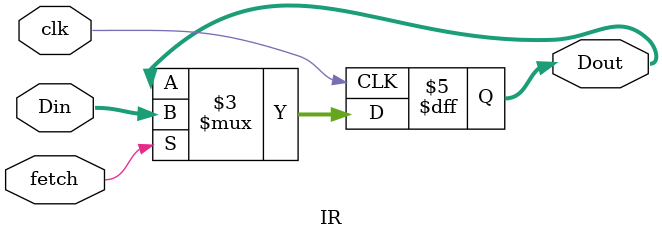
<source format=v>
`timescale 1ns / 1ps
module IR(clk,fetch,Din,Dout);
	input clk;
	input fetch;
	input [7:0] Din;
	output [7:0] Dout;
	
	reg [7:0] Dout=0;
	
	always@(posedge clk)
	begin
		if(fetch)
		begin
			Dout<=Din;
		end
	end
endmodule


</source>
